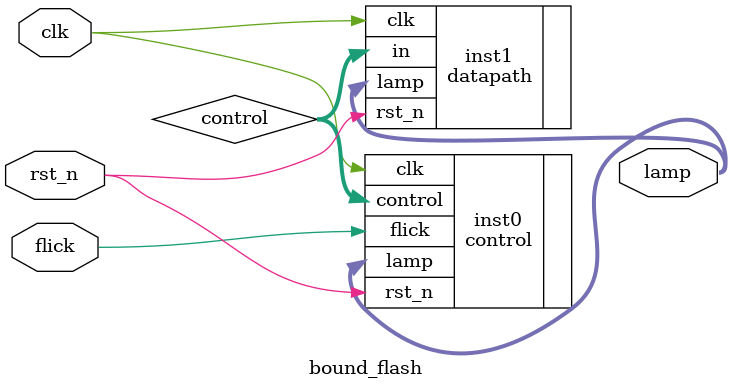
<source format=v>
module bound_flash(clk,rst_n,flick,lamp);
  input wire clk,rst_n,flick;
  output wire [15:0]lamp;
  wire [1:0]control;
  control      inst0(.clk(clk),
                     .rst_n(rst_n),
                     .flick(flick),
                     .lamp(lamp),
                     .control(control));
  datapath     inst1(.clk(clk),
                     .rst_n(rst_n),
                     .in(control),
                     .lamp(lamp));
endmodule

</source>
